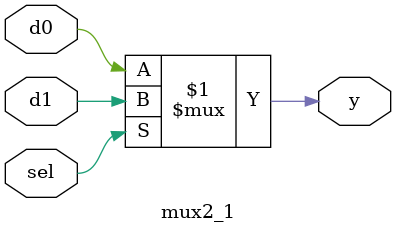
<source format=sv>
module rippleSubAdder #(
    parameter N = 4
)(
    input  logic [N-1:0] A,
    input  logic [N-1:0] B,
    input  logic         D,
    output logic [N-1:0] S,
    output logic         Cout
);

    wire [N-1:0] y_mux;
    wire [N-1:0] carry;


    mux2_1 mux0(
        .d0(A[0]),
        .d1(~A[0]),
        .sel(D),
        .y(y_mux[0])
    );
    fullAdder fa0(
        .a(y_mux[0]),
        .b(B[0]),
        .cin(D),
        .s(S[0]),
        .cout(carry[0])
    );

    genvar i;
    generate
        for(i = 1; i < N; i++) begin: full_adder_chain
            mux2_1 mux(
                .d0(A[i]),
                .d1(~A[i]),
                .sel(D),
                .y(y_mux[i])
            );
            fullAdder fa(
                .a(y_mux[i]),
                .b(B[i]),
                .cin(carry[i-1]),
                .s(S[i]),
                .cout(carry[i])
            );
        end
    endgenerate
    assign Cout = carry[N-1];
endmodule

module fullAdder(input logic a, b, cin,
                 output logic s, cout);

    assign s = a^b^cin;
    assign cout = (a & b) | (b & cin) | (a & cin);

endmodule

module mux2_1(input  logic d0, d1,
              input  logic sel,
              output logic y);

  assign y = sel ? d1:d0;

endmodule

</source>
